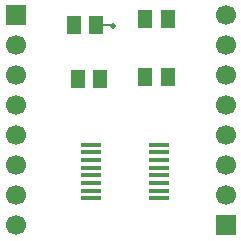
<source format=gtl>
G04 DipTrace 3.1.0.0*
G04 MSPExampleSection1.gtl*
%MOIN*%
G04 #@! TF.FileFunction,Copper,L1,Top*
G04 #@! TF.Part,Single*
G04 #@! TA.AperFunction,Conductor*
%ADD11C,0.006*%
%ADD15R,0.051181X0.059055*%
G04 #@! TA.AperFunction,ComponentPad*
%ADD16R,0.066929X0.066929*%
%ADD17C,0.066929*%
%ADD18R,0.070866X0.015748*%
G04 #@! TA.AperFunction,ViaPad*
%ADD19C,0.02*%
%FSLAX26Y26*%
G04*
G70*
G90*
G75*
G01*
G04 Top*
%LPD*%
X722554Y1131500D2*
D11*
X772749D1*
X779000Y1125249D1*
D19*
D3*
D15*
X660251Y950249D3*
X735054D3*
X960249Y956500D3*
X885446D3*
X647751Y1131500D3*
X722554D3*
D16*
X454009Y1162764D3*
D17*
Y1062764D3*
Y962764D3*
Y862764D3*
Y762764D3*
Y662764D3*
Y562764D3*
Y462764D3*
D16*
X1154000Y462751D3*
D17*
Y562751D3*
Y662751D3*
Y762751D3*
Y862751D3*
Y962751D3*
Y1062751D3*
Y1162751D3*
D15*
X885251Y1150249D3*
X960054D3*
D18*
X704000Y731500D3*
Y705909D3*
Y680319D3*
Y654728D3*
Y629138D3*
Y603547D3*
Y577957D3*
Y552366D3*
X932354D3*
X932346Y577957D3*
Y603547D3*
Y629138D3*
Y654728D3*
Y680319D3*
Y705909D3*
Y731500D3*
M02*

</source>
